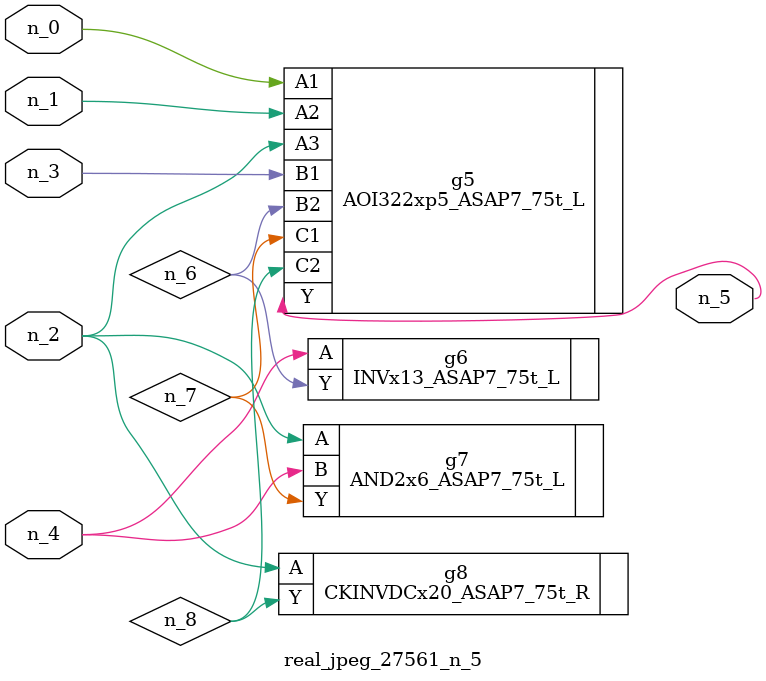
<source format=v>
module real_jpeg_27561_n_5 (n_4, n_0, n_1, n_2, n_3, n_5);

input n_4;
input n_0;
input n_1;
input n_2;
input n_3;

output n_5;

wire n_8;
wire n_6;
wire n_7;

AOI322xp5_ASAP7_75t_L g5 ( 
.A1(n_0),
.A2(n_1),
.A3(n_2),
.B1(n_3),
.B2(n_6),
.C1(n_7),
.C2(n_8),
.Y(n_5)
);

AND2x6_ASAP7_75t_L g7 ( 
.A(n_2),
.B(n_4),
.Y(n_7)
);

CKINVDCx20_ASAP7_75t_R g8 ( 
.A(n_2),
.Y(n_8)
);

INVx13_ASAP7_75t_L g6 ( 
.A(n_4),
.Y(n_6)
);


endmodule
</source>
